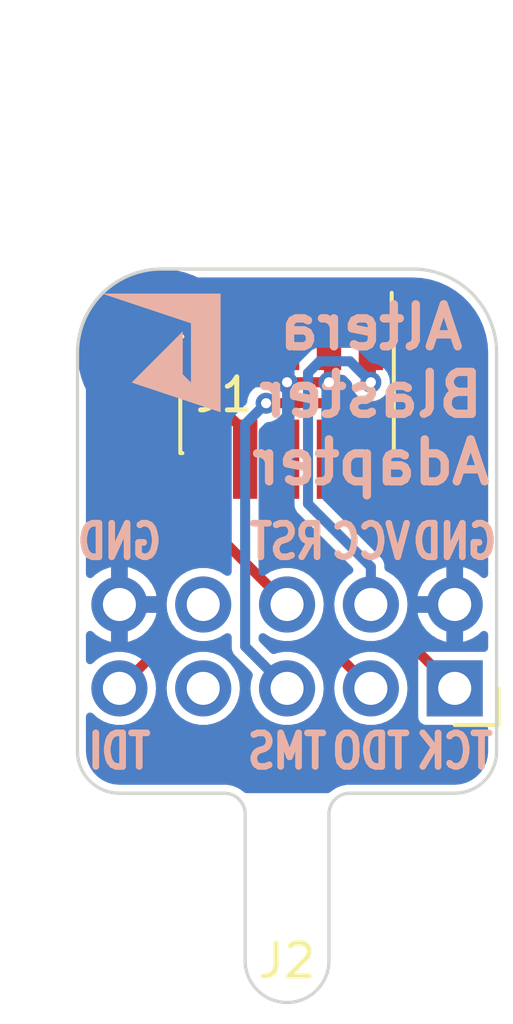
<source format=kicad_pcb>
(kicad_pcb (version 20221018) (generator pcbnew)
  (layers (0 "F.Cu" signal) (31 "B.Cu" signal) (34 "B.Paste" user) (35 "F.Paste" user) (36 "B.SilkS" user "B.Silkscreen") (37 "F.SilkS" user "F.Silkscreen") (38 "B.Mask" user) (39 "F.Mask" user) (44 "Edge.Cuts" user))
  (net 0 "")
  (net 2 "/VCC_TARGET")
  (net 3 "/TMS")
  (net 4 "/GND")
  (net 5 "/TCK")
  (net 6 "/TDO")
  (net 8 "/TDI")
  (net 10 "/~{SRST}")
  (footprint "Connector_PinHeader_1.27mm:PinHeader_2x05_P1.27mm_Vertical_SMD" (layer "F.Cu") (at 152.4 93.98 -90)
    (fp_text reference "J1" (at 0 1.905 -180) (layer "F.SilkS"))
    (fp_text value "Conn_02x05_Counter_Clockwise")
    (fp_line (start -3.09 -3.17) (end -1.765 -3.17) (stroke (width 0.12)) (layer "F.SilkS"))
    (fp_line (start -1.765 -3.235) (end -1.765 -3.17) (stroke (width 0.12)) (layer "F.SilkS"))
    (fp_line (start -1.765 -3.235) (end 1.765 -3.235) (stroke (width 0.12)) (layer "F.SilkS"))
    (fp_line (start -1.765 3.17) (end -1.765 3.235) (stroke (width 0.12)) (layer "F.SilkS"))
    (fp_line (start -1.765 3.235) (end 1.765 3.235) (stroke (width 0.12)) (layer "F.SilkS"))
    (fp_line (start 1.765 -3.235) (end 1.765 -3.17) (stroke (width 0.12)) (layer "F.SilkS"))
    (fp_line (start 1.765 3.17) (end 1.765 3.235) (stroke (width 0.12)) (layer "F.SilkS"))
    (pad "1" smd rect (at -1.95 -2.54 270) (size 2.4 0.74) (layers "F.Cu" "F.Paste" "F.Mask") (net 2 "/VCC_TARGET"))
    (pad "2" smd rect (at 1.95 -2.54 270) (size 2.4 0.74) (layers "F.Cu" "F.Paste" "F.Mask") (net 3 "/TMS"))
    (pad "3" smd rect (at -1.95 -1.27 270) (size 2.4 0.74) (layers "F.Cu" "F.Paste" "F.Mask") (net 4 "/GND"))
    (pad "4" smd rect (at 1.95 -1.27 270) (size 2.4 0.74) (layers "F.Cu" "F.Paste" "F.Mask") (net 5 "/TCK"))
    (pad "5" smd rect (at -1.95 0 270) (size 2.4 0.74) (layers "F.Cu" "F.Paste" "F.Mask") (net 4 "/GND"))
    (pad "6" smd rect (at 1.95 0 270) (size 2.4 0.74) (layers "F.Cu" "F.Paste" "F.Mask") (net 6 "/TDO"))
    (pad "7" smd rect (at -1.95 1.27 270) (size 2.4 0.74) (layers "F.Cu" "F.Paste" "F.Mask"))
    (pad "8" smd rect (at 1.95 1.27 270) (size 2.4 0.74) (layers "F.Cu" "F.Paste" "F.Mask") (net 8 "/TDI"))
    (pad "9" smd rect (at -1.95 2.54 270) (size 2.4 0.74) (layers "F.Cu" "F.Paste" "F.Mask"))
    (pad "10" smd rect (at 1.95 2.54 270) (size 2.4 0.74) (layers "F.Cu" "F.Paste" "F.Mask") (net 10 "/~{SRST}"))
  )
  (footprint "custom:PinSocket_2x05_P100mil_Board_Tab" (layer "F.Cu") (at 157.48 102.87 -90)
    (fp_text reference "J2" (at 8.255 5.08) (layer "F.SilkS"))
    (fp_text value "Conn_02x05_Counter_Clockwise")
    (fp_line (start 0 -1.33) (end 1.11 -1.33) (stroke (width 0.12)) (layer "F.SilkS"))
    (fp_line (start 1.11 -1.33) (end 1.11 0) (stroke (width 0.12)) (layer "F.SilkS"))
    (pad "1" thru_hole rect (at 0 0 270) (size 1.7 1.7) (drill 1) (layers "*.Cu" "*.Mask") (net 5 "/TCK"))
    (pad "2" thru_hole oval (at -2.54 0 270) (size 1.7 1.7) (drill 1) (layers "*.Cu" "*.Mask") (net 4 "/GND"))
    (pad "3" thru_hole oval (at 0 2.54 270) (size 1.7 1.7) (drill 1) (layers "*.Cu" "*.Mask") (net 6 "/TDO"))
    (pad "4" thru_hole oval (at -2.54 2.54 270) (size 1.7 1.7) (drill 1) (layers "*.Cu" "*.Mask") (net 2 "/VCC_TARGET"))
    (pad "5" thru_hole oval (at 0 5.08 270) (size 1.7 1.7) (drill 1) (layers "*.Cu" "*.Mask") (net 3 "/TMS"))
    (pad "6" thru_hole oval (at -2.54 5.08 270) (size 1.7 1.7) (drill 1) (layers "*.Cu" "*.Mask") (net 10 "/~{SRST}"))
    (pad "7" thru_hole oval (at 0 7.62 270) (size 1.7 1.7) (drill 1) (layers "*.Cu" "*.Mask"))
    (pad "8" thru_hole oval (at -2.54 7.62 270) (size 1.7 1.7) (drill 1) (layers "*.Cu" "*.Mask"))
    (pad "9" thru_hole oval (at 0 10.16 270) (size 1.7 1.7) (drill 1) (layers "*.Cu" "*.Mask") (net 8 "/TDI"))
    (pad "10" thru_hole oval (at -2.54 10.16 270) (size 1.7 1.7) (drill 1) (layers "*.Cu" "*.Mask") (net 4 "/GND"))
  )
  (footprint "custom:gs_logo_200mil" (layer "B.Cu") (at 148.59 92.71 -135)
    (fp_text reference "GS1" hide)
    (fp_text value "GS_logo")
    (fp_poly (pts (xy -1.27 0) (xy 0 -1.27) (xy 0 -0.9144) (xy -0.9144 0) (xy 1.27 0) (xy 0 -2.54) (xy -2.54 0) (xy 0 2.54)) (stroke (width 0.00254)) (fill solid) (layer "B.SilkS"))
    (pad "1" smd custom (at 0 0 225) (size 5.08 5.08) (layers "B.Cu") (options (clearance outline) (anchor circle)) (primitives))
  )
  (gr_arc (start 150.495 106.045) (mid 150.944013 106.230987) (end 151.13 106.68) (stroke (width 0.1)) (layer "Edge.Cuts"))
  (gr_line (start 158.75 92.71) (end 158.75 104.775) (stroke (width 0.1)) (layer "Edge.Cuts"))
  (gr_line (start 150.495 106.045) (end 147.32 106.045) (stroke (width 0.1)) (layer "Edge.Cuts"))
  (gr_arc (start 153.67 106.68) (mid 153.855987 106.230987) (end 154.305 106.045) (stroke (width 0.1)) (layer "Edge.Cuts"))
  (gr_arc (start 156.21 90.17) (mid 158.006051 90.913949) (end 158.75 92.71) (stroke (width 0.1)) (layer "Edge.Cuts"))
  (gr_line (start 146.05 104.775) (end 146.05 92.71) (stroke (width 0.1)) (layer "Edge.Cuts"))
  (gr_line (start 151.13 111.125) (end 151.13 106.68) (stroke (width 0.1)) (layer "Edge.Cuts"))
  (gr_arc (start 146.05 92.71) (mid 146.793949 90.913949) (end 148.59 90.17) (stroke (width 0.1)) (layer "Edge.Cuts"))
  (gr_line (start 157.48 106.045) (end 154.305 106.045) (stroke (width 0.1)) (layer "Edge.Cuts"))
  (gr_arc (start 147.32 106.045) (mid 146.421974 105.673026) (end 146.05 104.775) (stroke (width 0.1)) (layer "Edge.Cuts"))
  (gr_line (start 153.67 106.68) (end 153.67 111.125) (stroke (width 0.1)) (layer "Edge.Cuts"))
  (gr_arc (start 158.75 104.775) (mid 158.378026 105.673026) (end 157.48 106.045) (stroke (width 0.1)) (layer "Edge.Cuts"))
  (gr_arc (start 153.67 111.125) (mid 152.4 112.395) (end 151.13 111.125) (stroke (width 0.1)) (layer "Edge.Cuts"))
  (gr_line (start 148.59 90.17) (end 156.21 90.17) (stroke (width 0.1)) (layer "Edge.Cuts"))
  (gr_text "VCC" (at 154.94 98.425) (layer "B.SilkS") (effects (font (size 1.016 0.8128) (thickness 0.2032) bold) (justify mirror)))
  (gr_text "Altera\nBlaster\nAdapter" (at 154.94 93.98) (layer "B.SilkS") (effects (font (size 1.27 1.27) (thickness 0.254) bold) (justify mirror)))
  (gr_text "TMS" (at 152.4 104.775) (layer "B.SilkS") (effects (font (size 1.016 0.8128) (thickness 0.2032) bold) (justify mirror)))
  (gr_text "TDO" (at 154.94 104.775) (layer "B.SilkS") (effects (font (size 1.016 0.8128) (thickness 0.2032) bold) (justify mirror)))
  (gr_text "GND" (at 147.32 98.425) (layer "B.SilkS") (effects (font (size 1.016 0.8128) (thickness 0.2032) bold) (justify mirror)))
  (gr_text "TCK" (at 157.48 104.775) (layer "B.SilkS") (effects (font (size 1.016 0.8128) (thickness 0.2032) bold) (justify mirror)))
  (gr_text "TDI" (at 147.32 104.775) (layer "B.SilkS") (effects (font (size 1.016 0.8128) (thickness 0.2032) bold) (justify mirror)))
  (gr_text "RST" (at 152.4 98.425) (layer "B.SilkS") (effects (font (size 1.016 0.8128) (thickness 0.2032) bold) (justify mirror)))
  (gr_text "GND" (at 157.48 98.425) (layer "B.SilkS") (effects (font (size 1.016 0.8128) (thickness 0.2032) bold) (justify mirror)))
  (segment (start 154.94 92.03) (end 154.94 93.599) (width 0.3048) (layer "F.Cu") (net 2))
  (via (at 154.94 93.599) (size 0.635) (drill 0.3048) (layers "F.Cu" "B.Cu") (net 2))
  (segment (start 154.94 93.599) (end 154.305 92.964) (width 0.3048) (layer "B.Cu") (net 2))
  (segment (start 153.035 93.315483) (end 153.035 97.282) (width 0.3048) (layer "B.Cu") (net 2))
  (segment (start 153.035 97.282) (end 154.94 99.187) (width 0.3048) (layer "B.Cu") (net 2))
  (segment (start 154.305 92.964) (end 153.386483 92.964) (width 0.3048) (layer "B.Cu") (net 2))
  (segment (start 153.386483 92.964) (end 153.035 93.315483) (width 0.3048) (layer "B.Cu") (net 2))
  (segment (start 154.94 99.187) (end 154.94 100.33) (width 0.3048) (layer "B.Cu") (net 2))
  (segment (start 153.67 94.234) (end 151.765 94.234) (width 0.3048) (layer "F.Cu") (net 3))
  (segment (start 154.94 95.93) (end 154.94 95.1) (width 0.3048) (layer "F.Cu") (net 3))
  (segment (start 154.074 94.234) (end 153.67 94.234) (width 0.3048) (layer "F.Cu") (net 3))
  (segment (start 154.94 95.1) (end 154.074 94.234) (width 0.3048) (layer "F.Cu") (net 3))
  (via (at 151.765 94.234) (size 0.635) (drill 0.3048) (layers "F.Cu" "B.Cu") (net 3))
  (segment (start 151.13 94.869) (end 151.13 101.6) (width 0.3048) (layer "B.Cu") (net 3))
  (segment (start 151.13 101.6) (end 152.4 102.87) (width 0.3048) (layer "B.Cu") (net 3))
  (segment (start 151.765 94.234) (end 151.13 94.869) (width 0.3048) (layer "B.Cu") (net 3))
  (segment (start 153.6573 93.599) (end 152.4 93.599) (width 0.3048) (layer "F.Cu") (net 4))
  (segment (start 153.67 93.599) (end 153.67 92.03) (width 0.3048) (layer "F.Cu") (net 4))
  (segment (start 153.6573 93.599) (end 153.67 93.599) (width 0.3048) (layer "F.Cu") (net 4))
  (segment (start 152.4 92.03) (end 152.4 93.599) (width 0.3048) (layer "F.Cu") (net 4))
  (via (at 153.67 93.599) (size 0.635) (drill 0.3048) (layers "F.Cu" "B.Cu") (net 4))
  (via (at 152.4 93.599) (size 0.635) (drill 0.3048) (layers "F.Cu" "B.Cu") (net 4))
  (segment (start 153.67 93.599) (end 153.67 96.774) (width 0.3048) (layer "B.Cu") (net 4))
  (segment (start 152.4 97.79) (end 152.4 93.599) (width 0.3048) (layer "B.Cu") (net 4))
  (segment (start 150.749 93.599) (end 147.32 97.028) (width 0.3048) (layer "B.Cu") (net 4))
  (segment (start 153.67 99.06) (end 152.4 97.79) (width 0.3048) (layer "B.Cu") (net 4))
  (segment (start 154.305 101.6) (end 153.67 100.965) (width 0.3048) (layer "B.Cu") (net 4))
  (segment (start 153.67 96.774) (end 156.21 99.314) (width 0.3048) (layer "B.Cu") (net 4))
  (segment (start 153.67 100.965) (end 153.67 99.06) (width 0.3048) (layer "B.Cu") (net 4))
  (segment (start 152.4 93.599) (end 150.749 93.599) (width 0.3048) (layer "B.Cu") (net 4))
  (segment (start 156.21 101.6) (end 154.305 101.6) (width 0.3048) (layer "B.Cu") (net 4))
  (segment (start 147.32 97.028) (end 147.32 100.33) (width 0.3048) (layer "B.Cu") (net 4))
  (segment (start 153.67 96.774) (end 153.67 95.93) (width 0.3048) (layer "F.Cu") (net 5))
  (segment (start 156.21 101.6) (end 156.21 99.314) (width 0.3048) (layer "F.Cu") (net 5))
  (segment (start 157.48 102.87) (end 156.21 101.6) (width 0.3048) (layer "F.Cu") (net 5))
  (segment (start 156.21 99.314) (end 153.67 96.774) (width 0.3048) (layer "F.Cu") (net 5))
  (segment (start 152.4 97.79) (end 152.4 95.93) (width 0.3048) (layer "F.Cu") (net 6))
  (segment (start 154.94 102.87) (end 153.67 101.6) (width 0.3048) (layer "F.Cu") (net 6))
  (segment (start 153.67 101.6) (end 153.67 99.06) (width 0.3048) (layer "F.Cu") (net 6))
  (segment (start 153.67 99.06) (end 152.4 97.79) (width 0.3048) (layer "F.Cu") (net 6))
  (segment (start 149.3764 94.234) (end 150.264 94.234) (width 0.3048) (layer "F.Cu") (net 8))
  (segment (start 148.59 95.0204) (end 149.3764 94.234) (width 0.3048) (layer "F.Cu") (net 8))
  (segment (start 147.32 102.87) (end 148.59 101.6) (width 0.3048) (layer "F.Cu") (net 8))
  (segment (start 151.13 95.1) (end 151.13 95.93) (width 0.3048) (layer "F.Cu") (net 8))
  (segment (start 148.59 101.6) (end 148.59 95.0204) (width 0.3048) (layer "F.Cu") (net 8))
  (segment (start 150.264 94.234) (end 151.13 95.1) (width 0.3048) (layer "F.Cu") (net 8))
  (segment (start 152.4 100.33) (end 149.86 97.79) (width 0.3048) (layer "F.Cu") (net 10))
  (segment (start 149.86 97.79) (end 149.86 95.93) (width 0.3048) (layer "F.Cu") (net 10))
  (zone (net 4) (net_name "/GND") (layer "B.Cu") (connect_pads (clearance 0.254)) (min_thickness 0.254) (fill yes (thermal_gap 0.3048) (thermal_bridge_width 0.508))
    (polygon (pts (xy 146.05 90.17) (xy 158.75 90.17) (xy 158.75 106.045) (xy 146.05 106.045)))
  )
)
</source>
